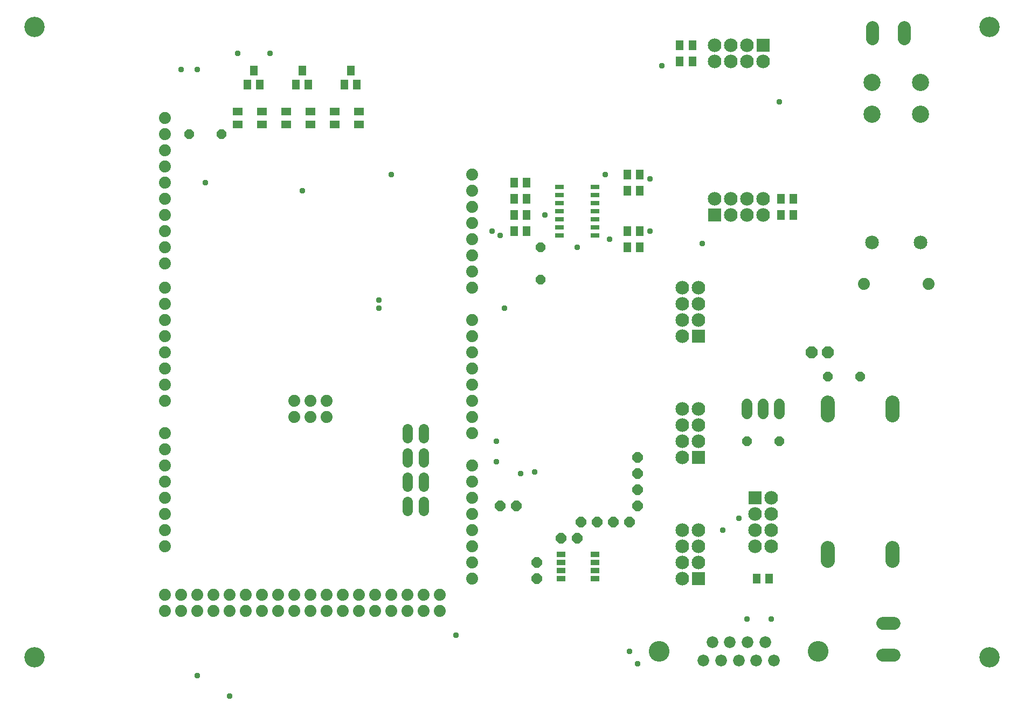
<source format=gbr>
G04 EAGLE Gerber RS-274X export*
G75*
%MOMM*%
%FSLAX34Y34*%
%LPD*%
%INSoldermask Bottom*%
%IPPOS*%
%AMOC8*
5,1,8,0,0,1.08239X$1,22.5*%
G01*
%ADD10C,3.203200*%
%ADD11C,1.841500*%
%ADD12C,3.251200*%
%ADD13R,1.303200X1.603200*%
%ADD14R,2.133600X2.133600*%
%ADD15C,2.133600*%
%ADD16C,1.727200*%
%ADD17P,1.649562X8X22.500000*%
%ADD18P,1.649562X8X202.500000*%
%ADD19C,1.879600*%
%ADD20R,1.473200X0.838200*%
%ADD21P,1.759533X8X22.500000*%
%ADD22P,1.759533X8X292.500000*%
%ADD23R,1.203200X1.603200*%
%ADD24C,2.703200*%
%ADD25C,2.153200*%
%ADD26R,1.603200X1.303200*%
%ADD27C,2.184400*%
%ADD28P,2.034460X8X22.500000*%
%ADD29C,1.993900*%
%ADD30P,1.759533X8X112.500000*%
%ADD31P,1.759533X8X202.500000*%
%ADD32R,1.403200X0.803200*%
%ADD33P,1.649562X8X292.500000*%
%ADD34C,1.625600*%
%ADD35C,0.959600*%


D10*
X75000Y80000D03*
X75000Y1070000D03*
X1575000Y1070000D03*
X1575000Y80000D03*
D11*
X1236472Y74676D03*
X1208786Y74676D03*
X1181100Y74676D03*
X1153414Y74676D03*
X1125728Y74676D03*
X1222629Y103124D03*
X1194943Y103124D03*
X1167257Y103124D03*
X1139571Y103124D03*
D12*
X1306068Y88900D03*
X1056132Y88900D03*
D13*
X1209200Y203200D03*
X1229200Y203200D03*
D14*
X1206500Y330200D03*
D15*
X1231900Y330200D03*
X1206500Y304800D03*
X1231900Y304800D03*
X1206500Y279400D03*
X1231900Y279400D03*
X1206500Y254000D03*
X1231900Y254000D03*
D16*
X1193800Y462280D02*
X1193800Y477520D01*
X1219200Y477520D02*
X1219200Y462280D01*
X1244600Y462280D02*
X1244600Y477520D01*
D17*
X1320800Y520700D03*
X1371600Y520700D03*
D18*
X1244600Y419100D03*
X1193800Y419100D03*
D14*
X1117600Y584200D03*
D15*
X1092200Y584200D03*
X1117600Y609600D03*
X1092200Y609600D03*
X1117600Y635000D03*
X1092200Y635000D03*
X1117600Y660400D03*
X1092200Y660400D03*
D14*
X1117600Y393700D03*
D15*
X1092200Y393700D03*
X1117600Y419100D03*
X1092200Y419100D03*
X1117600Y444500D03*
X1092200Y444500D03*
X1117600Y469900D03*
X1092200Y469900D03*
D19*
X762000Y381000D03*
X762000Y355600D03*
X762000Y330200D03*
X762000Y304800D03*
X762000Y279400D03*
X762000Y254000D03*
X762000Y228600D03*
X762000Y203200D03*
X762000Y609600D03*
X762000Y584200D03*
X762000Y558800D03*
X762000Y533400D03*
X762000Y508000D03*
X762000Y482600D03*
X762000Y457200D03*
X762000Y431800D03*
X762000Y838200D03*
X762000Y812800D03*
X762000Y787400D03*
X762000Y762000D03*
X762000Y736600D03*
X762000Y711200D03*
X762000Y685800D03*
X762000Y660400D03*
X279400Y177800D03*
X304800Y177800D03*
X330200Y177800D03*
X355600Y177800D03*
X381000Y177800D03*
X406400Y177800D03*
X431800Y177800D03*
X457200Y177800D03*
X482600Y177800D03*
X508000Y177800D03*
X533400Y177800D03*
X558800Y177800D03*
X584200Y177800D03*
X609600Y177800D03*
X635000Y177800D03*
X660400Y177800D03*
X685800Y177800D03*
X711200Y177800D03*
X711200Y152400D03*
X685800Y152400D03*
X660400Y152400D03*
X635000Y152400D03*
X609600Y152400D03*
X584200Y152400D03*
X558800Y152400D03*
X533400Y152400D03*
X508000Y152400D03*
X482600Y152400D03*
X457200Y152400D03*
X431800Y152400D03*
X406400Y152400D03*
X381000Y152400D03*
X355600Y152400D03*
X330200Y152400D03*
X304800Y152400D03*
X279400Y152400D03*
X279400Y431800D03*
X279400Y406400D03*
X279400Y381000D03*
X279400Y355600D03*
X279400Y330200D03*
X279400Y304800D03*
X279400Y279400D03*
X279400Y254000D03*
X279400Y660400D03*
X279400Y635000D03*
X279400Y609600D03*
X279400Y584200D03*
X279400Y558800D03*
X279400Y533400D03*
X279400Y508000D03*
X279400Y482600D03*
X279400Y927100D03*
X279400Y901700D03*
X279400Y876300D03*
X279400Y850900D03*
X279400Y825500D03*
X279400Y800100D03*
X279400Y774700D03*
X279400Y749300D03*
X279400Y723900D03*
X279400Y698500D03*
X482600Y482600D03*
X508000Y482600D03*
X533400Y482600D03*
X533400Y457200D03*
X508000Y457200D03*
X482600Y457200D03*
D20*
X901700Y203200D03*
X901700Y215900D03*
X901700Y228600D03*
X901700Y241300D03*
X955802Y241300D03*
X955802Y228600D03*
X955802Y215900D03*
X955802Y203200D03*
D21*
X901700Y266700D03*
X927100Y266700D03*
D22*
X863600Y228600D03*
X863600Y203200D03*
D23*
X571500Y1001600D03*
X562000Y979600D03*
X581000Y979600D03*
D24*
X1390950Y932850D03*
X1466550Y983250D03*
D25*
X1466550Y731250D03*
X1390950Y731250D03*
D24*
X1390950Y983250D03*
X1466550Y932850D03*
D26*
X584200Y917100D03*
X584200Y937100D03*
X546100Y917100D03*
X546100Y937100D03*
D14*
X1117600Y203200D03*
D15*
X1092200Y203200D03*
X1117600Y228600D03*
X1092200Y228600D03*
X1117600Y254000D03*
X1092200Y254000D03*
X1117600Y279400D03*
X1092200Y279400D03*
D27*
X1320800Y251206D02*
X1320800Y231394D01*
X1320800Y459994D02*
X1320800Y479806D01*
D28*
X1295400Y558800D03*
X1320800Y558800D03*
D26*
X431800Y917100D03*
X431800Y937100D03*
X393700Y917100D03*
X393700Y937100D03*
D23*
X419100Y1001600D03*
X409600Y979600D03*
X428600Y979600D03*
D27*
X1422400Y251206D02*
X1422400Y231394D01*
X1422400Y459994D02*
X1422400Y479806D01*
D29*
X1391050Y1051497D02*
X1391050Y1069404D01*
X1441050Y1069404D02*
X1441050Y1051497D01*
D14*
X1143000Y774700D03*
D15*
X1143000Y800100D03*
X1168400Y774700D03*
X1168400Y800100D03*
X1193800Y774700D03*
X1193800Y800100D03*
X1219200Y774700D03*
X1219200Y800100D03*
D14*
X1219200Y1041400D03*
D15*
X1219200Y1016000D03*
X1193800Y1041400D03*
X1193800Y1016000D03*
X1168400Y1041400D03*
X1168400Y1016000D03*
X1143000Y1041400D03*
X1143000Y1016000D03*
D19*
X1377950Y666750D03*
X1479550Y666750D03*
D21*
X984250Y292100D03*
X1009650Y292100D03*
D30*
X1022350Y317500D03*
X1022350Y342900D03*
D21*
X933450Y292100D03*
X958850Y292100D03*
D22*
X1022350Y393700D03*
X1022350Y368300D03*
D31*
X831850Y317500D03*
X806450Y317500D03*
D32*
X899100Y742950D03*
X899100Y755650D03*
X899100Y768350D03*
X899100Y781050D03*
X899100Y793750D03*
X899100Y806450D03*
X899100Y819150D03*
X955100Y819150D03*
X955100Y806450D03*
X955100Y793750D03*
X955100Y781050D03*
X955100Y768350D03*
X955100Y755650D03*
X955100Y742950D03*
D13*
X1006000Y723900D03*
X1026000Y723900D03*
X1026000Y749300D03*
X1006000Y749300D03*
X848200Y825500D03*
X828200Y825500D03*
X828200Y800100D03*
X848200Y800100D03*
X1006000Y838200D03*
X1026000Y838200D03*
X1026000Y812800D03*
X1006000Y812800D03*
X848200Y749300D03*
X828200Y749300D03*
X828200Y774700D03*
X848200Y774700D03*
X1247300Y774700D03*
X1267300Y774700D03*
X1247300Y800100D03*
X1267300Y800100D03*
X1108550Y1041400D03*
X1088550Y1041400D03*
X1108550Y1016000D03*
X1088550Y1016000D03*
D26*
X508000Y917100D03*
X508000Y937100D03*
X469900Y917100D03*
X469900Y937100D03*
D23*
X495300Y1001600D03*
X485800Y979600D03*
X504800Y979600D03*
D33*
X869950Y723900D03*
X869950Y673100D03*
D18*
X368300Y901700D03*
X317500Y901700D03*
D34*
X685800Y362712D02*
X685800Y348488D01*
X660400Y348488D02*
X660400Y362712D01*
X685800Y424688D02*
X685800Y438912D01*
X660400Y438912D02*
X660400Y424688D01*
X685800Y324612D02*
X685800Y310388D01*
X660400Y310388D02*
X660400Y324612D01*
X685800Y386588D02*
X685800Y400812D01*
X660400Y400812D02*
X660400Y386588D01*
D29*
X1407097Y82950D02*
X1425004Y82950D01*
X1425004Y132950D02*
X1407097Y132950D01*
D35*
X971550Y838200D03*
X977900Y736600D03*
X342900Y825500D03*
X927100Y723900D03*
X495300Y812800D03*
X1009650Y88900D03*
X1060450Y1009650D03*
X1193800Y139700D03*
X1231900Y139700D03*
X635000Y838200D03*
X1123950Y730250D03*
X1181100Y298450D03*
X876300Y774700D03*
X812800Y628650D03*
X860521Y371379D03*
X838200Y368300D03*
X1022350Y69850D03*
X330200Y1003300D03*
X304800Y1003300D03*
X330200Y50800D03*
X381000Y19050D03*
X1244600Y952500D03*
X1041400Y831850D03*
X793750Y749300D03*
X615950Y641350D03*
X1041400Y749300D03*
X806450Y742950D03*
X615950Y628650D03*
X736600Y114300D03*
X393700Y1028700D03*
X444500Y1028700D03*
X1155700Y279400D03*
X800100Y419100D03*
X800100Y387350D03*
M02*

</source>
